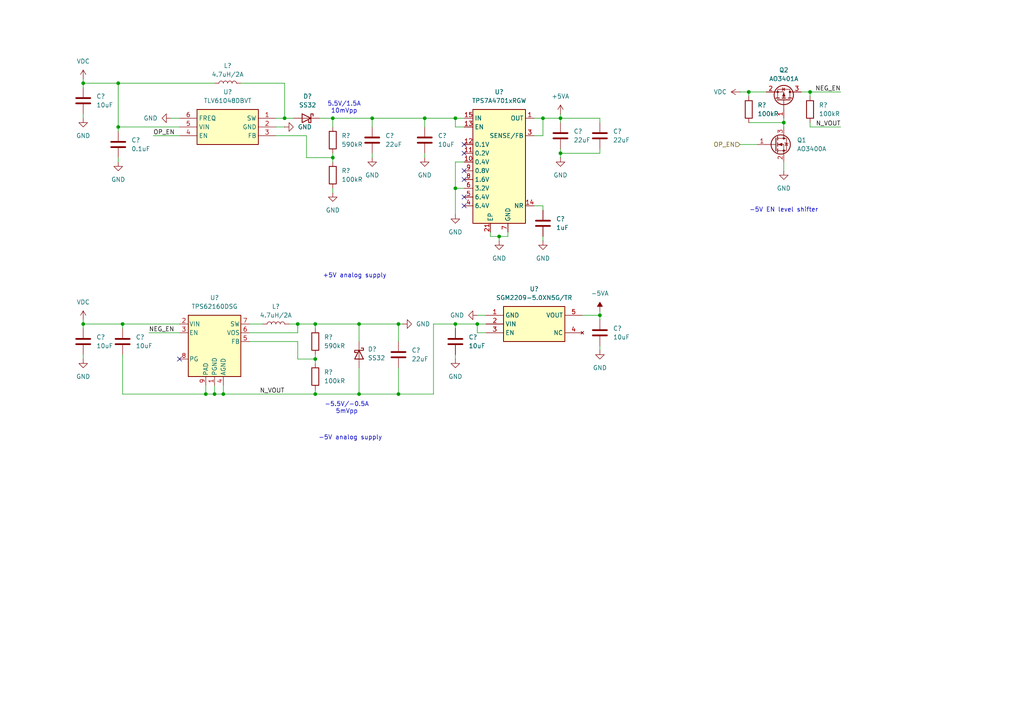
<source format=kicad_sch>
(kicad_sch (version 20250114) (generator "eeschema") (generator_version "9.0")
  (paper "A4")
  (lib_symbols
    (symbol "Device:C" (pin_numbers (hide yes)) (pin_names (offset 0.254))
      (property "Reference" "C" (at 0.635 2.54 0))
      (property "Value" "C" (at 0.635 -2.54 0))
      (symbol "C_0_1"
        (polyline (pts (xy -2.032 0.762) (xy 2.032 0.762)) (stroke (width 0.508)))
        (polyline (pts (xy -2.032 -0.762) (xy 2.032 -0.762)) (stroke (width 0.508)))
      )
      (symbol "C_1_1"
        (pin passive line (at 0 3.81 270) (length 2.794) (name "~") (number "1"))
        (pin passive line (at 0 -3.81 90) (length 2.794) (name "~") (number "2"))
      )
    )
    (symbol "Device:L" (pin_numbers (hide yes)) (pin_names (offset 1.016) (hide yes))
      (property "Reference" "L" (at -1.27 0 90))
      (property "Value" "L" (at 1.905 0 90))
      (symbol "L_0_1"
        (arc (start 0 2.54) (mid 0.6323 1.905) (end 0 1.27))
        (arc (start 0 1.27) (mid 0.6323 0.635) (end 0 0))
        (arc (start 0 0) (mid 0.6323 -0.635) (end 0 -1.27))
        (arc (start 0 -1.27) (mid 0.6323 -1.905) (end 0 -2.54))
      )
      (symbol "L_1_1"
        (pin passive line (at 0 3.81 270) (length 1.27) (name "1") (number "1"))
        (pin passive line (at 0 -3.81 90) (length 1.27) (name "2") (number "2"))
      )
    )
    (symbol "Device:R" (pin_numbers (hide yes)) (pin_names (offset 0))
      (property "Reference" "R" (at 2.032 0 90))
      (property "Value" "R" (at 0 0 90))
      (symbol "R_0_1"
        (rectangle (start -1.016 -2.54) (end 1.016 2.54) (stroke (width 0.254)))
      )
      (symbol "R_1_1"
        (pin passive line (at 0 3.81 270) (length 1.27) (name "~") (number "1"))
        (pin passive line (at 0 -3.81 90) (length 1.27) (name "~") (number "2"))
      )
    )
    (symbol "Diode:SS32" (pin_numbers (hide yes)) (pin_names (offset 1.016) (hide yes))
      (property "Reference" "D" (at 0 2.54 0))
      (property "Value" "SS32" (at 0 -2.54 0))
      (symbol "SS32_0_1"
        (polyline (pts (xy -1.905 0.635) (xy -1.905 1.27) (xy -1.27 1.27) (xy -1.27 -1.27) (xy -0.635 -1.27) (xy -0.635 -0.635)) (stroke (width 0.254)))
        (polyline (pts (xy 1.27 1.27) (xy 1.27 -1.27) (xy -1.27 0) (xy 1.27 1.27)) (stroke (width 0.254)))
        (polyline (pts (xy 1.27 0) (xy -1.27 0)))
      )
      (symbol "SS32_1_1"
        (pin passive line (at -3.81 0 0) (length 2.54) (name "K") (number "1"))
        (pin passive line (at 3.81 0 180) (length 2.54) (name "A") (number "2"))
      )
    )
    (symbol "RT9013-30GB:SGM2209-XN5G"
      (property "Reference" "U" (at 24.13 7.62 0))
      (property "Value" "SGM2209-XN5G" (at 24.13 5.08 0))
      (symbol "SGM2209-XN5G_1_1"
        (rectangle (start 5.08 2.54) (end 22.86 -7.62) (stroke (width 0.254)) (fill (type background)))
        (pin passive line (at 0 0 0) (length 5.08) (name "GND") (number "1"))
        (pin passive line (at 0 -2.54 0) (length 5.08) (name "VIN") (number "2"))
        (pin passive line (at 0 -5.08 0) (length 5.08) (name "EN") (number "3"))
        (pin passive line (at 27.94 0 180) (length 5.08) (name "VOUT") (number "5"))
        (pin no_connect line (at 27.94 -5.08 180) (length 5.08) (name "NC") (number "4"))
      )
    )
    (symbol "Regulator_Linear:TPS7A4701xRGW"
      (property "Reference" "U" (at -6.35 19.05 0))
      (property "Value" "TPS7A4701xRGW" (at 3.81 19.05 0))
      (symbol "TPS7A4701xRGW_0_1"
        (rectangle (start -7.62 17.78) (end 7.62 -15.24) (stroke (width 0.254)) (fill (type background)))
      )
      (symbol "TPS7A4701xRGW_1_1"
        (pin power_in line (at -10.16 15.24 0) (length 2.54) (name "IN") (number "15"))
        (pin passive line (at -10.16 15.24 0) (length 2.54) (hide yes) (name "IN") (number "16"))
        (pin input line (at -10.16 12.7 0) (length 2.54) (name "EN") (number "13"))
        (pin input line (at -10.16 7.62 0) (length 2.54) (name "0.1V") (number "12"))
        (pin input line (at -10.16 5.08 0) (length 2.54) (name "0.2V") (number "11"))
        (pin input line (at -10.16 2.54 0) (length 2.54) (name "0.4V") (number "10"))
        (pin input line (at -10.16 0 0) (length 2.54) (name "0.8V") (number "9"))
        (pin input line (at -10.16 -2.54 0) (length 2.54) (name "1.6V") (number "8"))
        (pin input line (at -10.16 -5.08 0) (length 2.54) (name "3.2V") (number "6"))
        (pin input line (at -10.16 -7.62 0) (length 2.54) (name "6.4V") (number "5"))
        (pin input line (at -10.16 -10.16 0) (length 2.54) (name "6.4V") (number "4"))
        (pin passive line (at -2.54 -17.78 90) (length 2.54) (name "EP") (number "21"))
        (pin power_in line (at 2.54 -17.78 90) (length 2.54) (name "GND") (number "7"))
        (pin power_out line (at 10.16 15.24 180) (length 2.54) (name "OUT") (number "1"))
        (pin power_out line (at 10.16 15.24 180) (length 2.54) (hide yes) (name "OUT") (number "20"))
        (pin input line (at 10.16 10.16 180) (length 2.54) (name "SENSE/FB") (number "3"))
        (pin passive line (at 10.16 -10.16 180) (length 2.54) (name "NR") (number "14"))
      )
    )
    (symbol "Regulator_Switching:TPS62160DSG" (pin_names (offset 0.254))
      (property "Reference" "U" (at -7.62 11.43 0))
      (property "Value" "TPS62160DSG" (at -1.27 11.43 0))
      (symbol "TPS62160DSG_0_1"
        (rectangle (start -7.62 10.16) (end 7.62 -7.62) (stroke (width 0.254)) (fill (type background)))
      )
      (symbol "TPS62160DSG_1_1"
        (pin power_in line (at -10.16 7.62 0) (length 2.54) (name "VIN") (number "2"))
        (pin input line (at -10.16 5.08 0) (length 2.54) (name "EN") (number "3"))
        (pin open_collector line (at -10.16 -2.54 0) (length 2.54) (name "PG") (number "8"))
        (pin power_in line (at -2.54 -10.16 90) (length 2.54) (name "PAD") (number "9"))
        (pin power_in line (at 0 -10.16 90) (length 2.54) (name "PGND") (number "1"))
        (pin power_in line (at 2.54 -10.16 90) (length 2.54) (name "AGND") (number "4"))
        (pin output line (at 10.16 7.62 180) (length 2.54) (name "SW") (number "7"))
        (pin input line (at 10.16 5.08 180) (length 2.54) (name "VOS") (number "6"))
        (pin input line (at 10.16 2.54 180) (length 2.54) (name "FB") (number "5"))
      )
    )
    (symbol "TLV61048DBVT:TLV61048DBVT"
      (property "Reference" "IC" (at 24.13 7.62 0))
      (property "Value" "TLV61048DBVT" (at 24.13 5.08 0))
      (symbol "TLV61048DBVT_1_1"
        (rectangle (start 5.08 2.54) (end 22.86 -7.62) (stroke (width 0.254)) (fill (type background)))
        (pin passive line (at 0 0 0) (length 5.08) (name "SW") (number "1"))
        (pin passive line (at 0 -2.54 0) (length 5.08) (name "GND") (number "2"))
        (pin passive line (at 0 -5.08 0) (length 5.08) (name "FB") (number "3"))
        (pin passive line (at 27.94 0 180) (length 5.08) (name "FREQ") (number "6"))
        (pin passive line (at 27.94 -2.54 180) (length 5.08) (name "VIN") (number "5"))
        (pin passive line (at 27.94 -5.08 180) (length 5.08) (name "EN") (number "4"))
      )
    )
    (symbol "Transistor_FET:AO3400A" (pin_names (hide yes))
      (property "Reference" "Q" (at 5.08 1.905 0))
      (property "Value" "AO3400A" (at 5.08 0 0))
      (symbol "AO3400A_0_1"
        (polyline (pts (xy 0.254 1.905) (xy 0.254 -1.905)) (stroke (width 0.254)))
        (polyline (pts (xy 0.254 0) (xy -2.54 0)))
        (polyline (pts (xy 0.762 2.286) (xy 0.762 1.27)) (stroke (width 0.254)))
        (polyline (pts (xy 0.762 0.508) (xy 0.762 -0.508)) (stroke (width 0.254)))
        (polyline (pts (xy 0.762 -1.27) (xy 0.762 -2.286)) (stroke (width 0.254)))
        (polyline (pts (xy 0.762 -1.778) (xy 3.302 -1.778) (xy 3.302 1.778) (xy 0.762 1.778)))
        (polyline (pts (xy 1.016 0) (xy 2.032 0.381) (xy 2.032 -0.381) (xy 1.016 0)) (fill (type outline)))
        (circle (center 1.651 0) (radius 2.794) (stroke (width 0.254)))
        (polyline (pts (xy 2.54 2.54) (xy 2.54 1.778)))
        (circle (center 2.54 1.778) (radius 0.254) (fill (type outline)))
        (circle (center 2.54 -1.778) (radius 0.254) (fill (type outline)))
        (polyline (pts (xy 2.54 -2.54) (xy 2.54 0) (xy 0.762 0)))
        (polyline (pts (xy 2.794 0.508) (xy 2.921 0.381) (xy 3.683 0.381) (xy 3.81 0.254)))
        (polyline (pts (xy 3.302 0.381) (xy 2.921 -0.254) (xy 3.683 -0.254) (xy 3.302 0.381)))
      )
      (symbol "AO3400A_1_1"
        (pin input line (at -5.08 0 0) (length 2.54) (name "G") (number "1"))
        (pin passive line (at 2.54 5.08 270) (length 2.54) (name "D") (number "3"))
        (pin passive line (at 2.54 -5.08 90) (length 2.54) (name "S") (number "2"))
      )
    )
    (symbol "Transistor_FET:AO3401A" (pin_names (hide yes))
      (property "Reference" "Q" (at 5.08 1.905 0))
      (property "Value" "AO3401A" (at 5.08 0 0))
      (symbol "AO3401A_0_1"
        (polyline (pts (xy 0.254 1.905) (xy 0.254 -1.905)) (stroke (width 0.254)))
        (polyline (pts (xy 0.254 0) (xy -2.54 0)))
        (polyline (pts (xy 0.762 2.286) (xy 0.762 1.27)) (stroke (width 0.254)))
        (polyline (pts (xy 0.762 1.778) (xy 3.302 1.778) (xy 3.302 -1.778) (xy 0.762 -1.778)))
        (polyline (pts (xy 0.762 0.508) (xy 0.762 -0.508)) (stroke (width 0.254)))
        (polyline (pts (xy 0.762 -1.27) (xy 0.762 -2.286)) (stroke (width 0.254)))
        (circle (center 1.651 0) (radius 2.794) (stroke (width 0.254)))
        (polyline (pts (xy 2.286 0) (xy 1.27 0.381) (xy 1.27 -0.381) (xy 2.286 0)) (fill (type outline)))
        (polyline (pts (xy 2.54 2.54) (xy 2.54 1.778)))
        (circle (center 2.54 1.778) (radius 0.254) (fill (type outline)))
        (circle (center 2.54 -1.778) (radius 0.254) (fill (type outline)))
        (polyline (pts (xy 2.54 -2.54) (xy 2.54 0) (xy 0.762 0)))
        (polyline (pts (xy 2.794 -0.508) (xy 2.921 -0.381) (xy 3.683 -0.381) (xy 3.81 -0.254)))
        (polyline (pts (xy 3.302 -0.381) (xy 2.921 0.254) (xy 3.683 0.254) (xy 3.302 -0.381)))
      )
      (symbol "AO3401A_1_1"
        (pin input line (at -5.08 0 0) (length 2.54) (name "G") (number "1"))
        (pin passive line (at 2.54 5.08 270) (length 2.54) (name "D") (number "3"))
        (pin passive line (at 2.54 -5.08 90) (length 2.54) (name "S") (number "2"))
      )
    )
    (symbol "power:+5VA" (power) (pin_numbers (hide yes)) (pin_names (offset 0) (hide yes))
      (property "Value" "+5VA" (at 0 3.556 0))
      (symbol "+5VA_0_1"
        (polyline (pts (xy -0.762 1.27) (xy 0 2.54)))
        (polyline (pts (xy 0 2.54) (xy 0.762 1.27)))
        (polyline (pts (xy 0 0) (xy 0 2.54)))
      )
      (symbol "+5VA_1_1"
        (pin power_in line (at 0 0 90) (length 0) (name "~") (number "1"))
      )
    )
    (symbol "power:-5VA" (power) (pin_numbers (hide yes)) (pin_names (offset 0) (hide yes))
      (property "Value" "-5VA" (at 0 3.556 0))
      (symbol "-5VA_0_0"
        (pin power_in line (at 0 0 90) (length 0) (name "~") (number "1"))
      )
      (symbol "-5VA_0_1"
        (polyline (pts (xy 0 0) (xy 0 1.27) (xy 0.762 1.27) (xy 0 2.54) (xy -0.762 1.27) (xy 0 1.27)) (fill (type outline)))
      )
    )
    (symbol "power:GND" (power) (pin_numbers (hide yes)) (pin_names (offset 0) (hide yes))
      (property "Value" "GND" (at 0 -3.81 0))
      (symbol "GND_0_1"
        (polyline (pts (xy 0 0) (xy 0 -1.27) (xy 1.27 -1.27) (xy 0 -2.54) (xy -1.27 -1.27) (xy 0 -1.27)))
      )
      (symbol "GND_1_1"
        (pin power_in line (at 0 0 270) (length 0) (name "~") (number "1"))
      )
    )
    (symbol "power:VDC" (power) (pin_numbers (hide yes)) (pin_names (offset 0) (hide yes))
      (property "Value" "VDC" (at 0 3.556 0))
      (symbol "VDC_0_1"
        (polyline (pts (xy -0.762 1.27) (xy 0 2.54)))
        (polyline (pts (xy 0 2.54) (xy 0.762 1.27)))
        (polyline (pts (xy 0 0) (xy 0 2.54)))
      )
      (symbol "VDC_1_1"
        (pin power_in line (at 0 0 90) (length 0) (name "~") (number "1"))
      )
    )
  )
  (text "-5V EN level shifter" (at 227.33 60.96 0) (effects (font (size 1.27 1.27))))
  (text "+5V analog supply" (at 102.87 80.01 0) (effects (font (size 1.27 1.27))))
  (text "-5.5V/-0.5A\n5mVpp" (at 100.584 118.364 0) (effects (font (size 1.27 1.27))))
  (text "-5V analog supply" (at 101.6 127 0) (effects (font (size 1.27 1.27))))
  (text "5.5V/1.5A\n10mVpp" (at 99.822 31.242 0) (effects (font (size 1.27 1.27))))
  (junction (at 82.55 34.29))
  (junction (at 162.56 44.45))
  (junction (at 59.69 114.3))
  (junction (at 24.13 24.13))
  (junction (at 35.56 93.98))
  (junction (at 132.08 93.98))
  (junction (at 86.36 93.98))
  (junction (at 91.44 114.3))
  (junction (at 132.08 34.29))
  (junction (at 96.52 34.29))
  (junction (at 144.78 68.58))
  (junction (at 234.95 26.67))
  (junction (at 132.08 54.61))
  (junction (at 104.14 114.3))
  (junction (at 91.44 93.98))
  (junction (at 115.57 114.3))
  (junction (at 123.19 34.29))
  (junction (at 157.48 34.29))
  (junction (at 96.52 45.72))
  (junction (at 138.43 93.98))
  (junction (at 64.77 114.3))
  (junction (at 107.95 34.29))
  (junction (at 217.17 26.67))
  (junction (at 34.29 24.13))
  (junction (at 162.56 34.29))
  (junction (at 91.44 104.14))
  (junction (at 173.99 91.44))
  (junction (at 115.57 93.98))
  (junction (at 62.23 114.3))
  (junction (at 34.29 36.83))
  (junction (at 227.33 35.56))
  (junction (at 24.13 93.98))
  (junction (at 104.14 93.98))
  (no_connect (at 134.62 59.69))
  (no_connect (at 134.62 49.53))
  (no_connect (at 52.07 104.14))
  (no_connect (at 134.62 57.15))
  (no_connect (at 134.62 41.91))
  (no_connect (at 134.62 52.07))
  (no_connect (at 134.62 44.45))
  (wire (pts (xy 115.57 93.98) (xy 104.14 93.98)))
  (wire (pts (xy 107.95 34.29) (xy 123.19 34.29)))
  (wire (pts (xy 107.95 44.45) (xy 107.95 45.72)))
  (wire (pts (xy 173.99 91.44) (xy 173.99 92.71)))
  (wire (pts (xy 86.36 104.14) (xy 91.44 104.14)))
  (wire (pts (xy 96.52 34.29) (xy 96.52 36.83)))
  (wire (pts (xy 115.57 106.68) (xy 115.57 114.3)))
  (wire (pts (xy 234.95 35.56) (xy 234.95 36.83)))
  (wire (pts (xy 64.77 114.3) (xy 62.23 114.3)))
  (wire (pts (xy 123.19 34.29) (xy 132.08 34.29)))
  (wire (pts (xy 142.24 68.58) (xy 144.78 68.58)))
  (wire (pts (xy 214.63 26.67) (xy 217.17 26.67)))
  (wire (pts (xy 107.95 36.83) (xy 107.95 34.29)))
  (wire (pts (xy 34.29 24.13) (xy 34.29 36.83)))
  (wire (pts (xy 173.99 34.29) (xy 162.56 34.29)))
  (wire (pts (xy 24.13 92.71) (xy 24.13 93.98)))
  (wire (pts (xy 24.13 33.02) (xy 24.13 34.29)))
  (wire (pts (xy 88.9 45.72) (xy 96.52 45.72)))
  (wire (pts (xy 227.33 46.99) (xy 227.33 49.53)))
  (wire (pts (xy 64.77 111.76) (xy 64.77 114.3)))
  (wire (pts (xy 86.36 99.06) (xy 86.36 104.14)))
  (wire (pts (xy 44.45 39.37) (xy 52.07 39.37)))
  (wire (pts (xy 157.48 34.29) (xy 154.94 34.29)))
  (wire (pts (xy 24.13 22.86) (xy 24.13 24.13)))
  (wire (pts (xy 132.08 34.29) (xy 134.62 34.29)))
  (wire (pts (xy 154.94 59.69) (xy 157.48 59.69)))
  (wire (pts (xy 34.29 36.83) (xy 52.07 36.83)))
  (wire (pts (xy 132.08 93.98) (xy 138.43 93.98)))
  (wire (pts (xy 34.29 24.13) (xy 62.23 24.13)))
  (wire (pts (xy 173.99 100.33) (xy 173.99 101.6)))
  (wire (pts (xy 157.48 59.69) (xy 157.48 60.96)))
  (wire (pts (xy 144.78 68.58) (xy 147.32 68.58)))
  (wire (pts (xy 82.55 34.29) (xy 85.09 34.29)))
  (wire (pts (xy 107.95 34.29) (xy 96.52 34.29)))
  (wire (pts (xy 125.73 114.3) (xy 125.73 93.98)))
  (wire (pts (xy 132.08 102.87) (xy 132.08 104.14)))
  (wire (pts (xy 24.13 24.13) (xy 34.29 24.13)))
  (wire (pts (xy 91.44 113.03) (xy 91.44 114.3)))
  (wire (pts (xy 162.56 44.45) (xy 173.99 44.45)))
  (wire (pts (xy 134.62 36.83) (xy 132.08 36.83)))
  (wire (pts (xy 132.08 93.98) (xy 132.08 95.25)))
  (wire (pts (xy 91.44 102.87) (xy 91.44 104.14)))
  (wire (pts (xy 82.55 24.13) (xy 82.55 34.29)))
  (wire (pts (xy 214.63 41.91) (xy 219.71 41.91)))
  (wire (pts (xy 96.52 45.72) (xy 96.52 46.99)))
  (wire (pts (xy 59.69 111.76) (xy 59.69 114.3)))
  (wire (pts (xy 147.32 68.58) (xy 147.32 67.31)))
  (wire (pts (xy 91.44 93.98) (xy 86.36 93.98)))
  (wire (pts (xy 72.39 99.06) (xy 86.36 99.06)))
  (wire (pts (xy 162.56 33.02) (xy 162.56 34.29)))
  (wire (pts (xy 72.39 96.52) (xy 86.36 96.52)))
  (wire (pts (xy 234.95 26.67) (xy 243.84 26.67)))
  (wire (pts (xy 173.99 90.17) (xy 173.99 91.44)))
  (wire (pts (xy 86.36 93.98) (xy 83.82 93.98)))
  (wire (pts (xy 162.56 44.45) (xy 162.56 45.72)))
  (wire (pts (xy 123.19 34.29) (xy 123.19 36.83)))
  (wire (pts (xy 162.56 43.18) (xy 162.56 44.45)))
  (wire (pts (xy 173.99 43.18) (xy 173.99 44.45)))
  (wire (pts (xy 96.52 44.45) (xy 96.52 45.72)))
  (wire (pts (xy 132.08 54.61) (xy 132.08 46.99)))
  (wire (pts (xy 157.48 39.37) (xy 157.48 34.29)))
  (wire (pts (xy 62.23 114.3) (xy 62.23 111.76)))
  (wire (pts (xy 115.57 93.98) (xy 116.84 93.98)))
  (wire (pts (xy 173.99 35.56) (xy 173.99 34.29)))
  (wire (pts (xy 227.33 35.56) (xy 227.33 36.83)))
  (wire (pts (xy 115.57 114.3) (xy 104.14 114.3)))
  (wire (pts (xy 96.52 54.61) (xy 96.52 55.88)))
  (wire (pts (xy 35.56 93.98) (xy 52.07 93.98)))
  (wire (pts (xy 35.56 93.98) (xy 35.56 95.25)))
  (wire (pts (xy 88.9 39.37) (xy 88.9 45.72)))
  (wire (pts (xy 24.13 24.13) (xy 24.13 25.4)))
  (wire (pts (xy 24.13 102.87) (xy 24.13 104.14)))
  (wire (pts (xy 80.01 39.37) (xy 88.9 39.37)))
  (wire (pts (xy 222.25 26.67) (xy 217.17 26.67)))
  (wire (pts (xy 154.94 39.37) (xy 157.48 39.37)))
  (wire (pts (xy 138.43 96.52) (xy 138.43 93.98)))
  (wire (pts (xy 49.53 34.29) (xy 52.07 34.29)))
  (wire (pts (xy 59.69 114.3) (xy 62.23 114.3)))
  (wire (pts (xy 138.43 91.44) (xy 140.97 91.44)))
  (wire (pts (xy 92.71 34.29) (xy 96.52 34.29)))
  (wire (pts (xy 157.48 68.58) (xy 157.48 69.85)))
  (wire (pts (xy 34.29 45.72) (xy 34.29 46.99)))
  (wire (pts (xy 24.13 93.98) (xy 35.56 93.98)))
  (wire (pts (xy 104.14 99.06) (xy 104.14 93.98)))
  (wire (pts (xy 162.56 35.56) (xy 162.56 34.29)))
  (wire (pts (xy 217.17 35.56) (xy 227.33 35.56)))
  (wire (pts (xy 115.57 99.06) (xy 115.57 93.98)))
  (wire (pts (xy 34.29 36.83) (xy 34.29 38.1)))
  (wire (pts (xy 157.48 34.29) (xy 162.56 34.29)))
  (wire (pts (xy 138.43 93.98) (xy 140.97 93.98)))
  (wire (pts (xy 234.95 26.67) (xy 234.95 27.94)))
  (wire (pts (xy 43.18 96.52) (xy 52.07 96.52)))
  (wire (pts (xy 140.97 96.52) (xy 138.43 96.52)))
  (wire (pts (xy 132.08 54.61) (xy 134.62 54.61)))
  (wire (pts (xy 80.01 36.83) (xy 82.55 36.83)))
  (wire (pts (xy 132.08 46.99) (xy 134.62 46.99)))
  (wire (pts (xy 104.14 93.98) (xy 91.44 93.98)))
  (wire (pts (xy 72.39 93.98) (xy 76.2 93.98)))
  (wire (pts (xy 104.14 114.3) (xy 91.44 114.3)))
  (wire (pts (xy 69.85 24.13) (xy 82.55 24.13)))
  (wire (pts (xy 80.01 34.29) (xy 82.55 34.29)))
  (wire (pts (xy 35.56 102.87) (xy 35.56 114.3)))
  (wire (pts (xy 125.73 93.98) (xy 132.08 93.98)))
  (wire (pts (xy 115.57 114.3) (xy 125.73 114.3)))
  (wire (pts (xy 168.91 91.44) (xy 173.99 91.44)))
  (wire (pts (xy 24.13 93.98) (xy 24.13 95.25)))
  (wire (pts (xy 91.44 104.14) (xy 91.44 105.41)))
  (wire (pts (xy 234.95 36.83) (xy 243.84 36.83)))
  (wire (pts (xy 123.19 44.45) (xy 123.19 45.72)))
  (wire (pts (xy 142.24 67.31) (xy 142.24 68.58)))
  (wire (pts (xy 217.17 26.67) (xy 217.17 27.94)))
  (wire (pts (xy 227.33 34.29) (xy 227.33 35.56)))
  (wire (pts (xy 35.56 114.3) (xy 59.69 114.3)))
  (wire (pts (xy 86.36 96.52) (xy 86.36 93.98)))
  (wire (pts (xy 132.08 36.83) (xy 132.08 34.29)))
  (wire (pts (xy 132.08 62.23) (xy 132.08 54.61)))
  (wire (pts (xy 64.77 114.3) (xy 91.44 114.3)))
  (wire (pts (xy 232.41 26.67) (xy 234.95 26.67)))
  (wire (pts (xy 144.78 68.58) (xy 144.78 69.85)))
  (wire (pts (xy 104.14 106.68) (xy 104.14 114.3)))
  (wire (pts (xy 91.44 95.25) (xy 91.44 93.98)))
  (label "OP_EN" (at 44.45 39.37 0))
  (label "N_VOUT" (at 243.84 36.83 180))
  (label "NEG_EN" (at 243.84 26.67 180))
  (label "N_VOUT" (at 82.55 114.3 180))
  (label "NEG_EN" (at 43.18 96.52 0))
  (hierarchical_label "OP_EN" (shape input) (at 214.63 41.91 180))
  (symbol (lib_id "Device:C") (at 123.19 40.64 0) (unit 1)
    (property "Reference" "C?" (at 127 39.3699 0) (effects (justify left)))
    (property "Value" "10uF" (at 127 41.9099 0) (effects (justify left)))
    (property "Footprint" "Capacitor_SMD:C_0603_1608Metric" (effects (hide yes)))
    (property "Description" "Unpolarized capacitor" (effects (hide yes)))
    (instances (project "MizukiPowerTest1" (path "" (reference "C?") (unit 1))) (project "MizukiPowerTest1" (path "" (reference "C?") (unit 1))) (project "" (path "" (reference "C35") (unit 1))))
  )
  (symbol (lib_id "Device:C") (at 107.95 40.64 0) (unit 1)
    (property "Reference" "C?" (at 111.76 39.3699 0) (effects (justify left)))
    (property "Value" "22uF" (at 111.76 41.9099 0) (effects (justify left)))
    (property "Footprint" "Capacitor_SMD:C_1206_3216Metric" (effects (hide yes)))
    (property "Description" "Unpolarized capacitor" (effects (hide yes)))
    (property "Part No." "GRM31CR71A226KE15#" (effects (hide yes)))
    (property "Vendor" "muRata" (effects (hide yes)))
    (instances (project "" (path "" (reference "C?") (unit 1))) (project "" (path "" (reference "C?") (unit 1))) (project "" (path "" (reference "C33") (unit 1))))
  )
  (symbol (lib_id "power:+5VA") (at 162.56 33.02 0) (unit 1)
    (property "Reference" "#PWR?" (effects (hide yes)))
    (property "Value" "+5VA" (at 162.56 27.94 0))
    (property "Description" "Power symbol creates a global label with name \"+5VA\"" (effects (hide yes)))
    (instances (project "" (path "" (reference "#PWR?") (unit 1))) (project "" (path "" (reference "#PWR?") (unit 1))) (project "" (path "" (reference "#PWR0103") (unit 1))))
  )
  (symbol (lib_id "Device:C") (at 115.57 102.87 0) (unit 1)
    (property "Reference" "C?" (at 119.38 101.5999 0) (effects (justify left)))
    (property "Value" "22uF" (at 119.38 104.1399 0) (effects (justify left)))
    (property "Footprint" "Capacitor_SMD:C_1206_3216Metric" (effects (hide yes)))
    (property "Description" "Unpolarized capacitor" (effects (hide yes)))
    (property "Part No." "GRM31CR71A226KE15#" (effects (hide yes)))
    (property "Vendor" "muRata" (effects (hide yes)))
    (instances (project "MizukiPowerTest1" (path "" (reference "C?") (unit 1))) (project "MizukiPowerTest1" (path "" (reference "C?") (unit 1))) (project "" (path "" (reference "C34") (unit 1))))
  )
  (symbol (lib_id "power:GND") (at 24.13 34.29 0) (unit 1)
    (property "Reference" "#PWR?" (effects (hide yes)))
    (property "Value" "GND" (at 24.13 39.37 0))
    (property "Description" "Power symbol creates a global label with name \"GND\" , ground" (effects (hide yes)))
    (instances (project "MizukiPowerTest1" (path "" (reference "#PWR?") (unit 1))) (project "MizukiPowerTest1" (path "" (reference "#PWR?") (unit 1))) (project "" (path "" (reference "#PWR081") (unit 1))))
  )
  (symbol (lib_id "Transistor_FET:AO3401A") (at 227.33 29.21 270) (mirror x) (unit 1)
    (property "Reference" "Q2" (at 227.33 20.32 90))
    (property "Value" "AO3401A" (at 227.33 22.86 90))
    (property "Footprint" "Package_TO_SOT_SMD:SOT-23" (effects (hide yes)))
    (property "Datasheet" "http://www.aosmd.com/pdfs/datasheet/AO3401A.pdf" (effects (hide yes)))
    (property "Description" "-4.0A Id, -30V Vds, P-Channel MOSFET, SOT-23" (effects (hide yes)))
  )
  (symbol (lib_id "RT9013-30GB:SGM2209-XN5G") (at 140.97 91.44 0) (unit 1)
    (property "Reference" "U?" (at 154.94 83.82 0))
    (property "Value" "SGM2209-5.0XN5G/TR" (at 154.94 86.36 0))
    (property "Footprint" "SGM2209:SOT94P279X130-5N" (effects (hide yes)))
    (property "Datasheet" "http://www.farnell.com/datasheets/1720528.pdf" (effects (hide yes)))
    (property "Description" "IC REG LINEAR 3V 500MA SOT23-5" (effects (hide yes)))
    (property "Height" "1.295" (effects (hide yes)))
    (property "Part No." "SGM2209-5.0XN5G/TR" (effects (hide yes)))
    (property "Vendor" "SG Micro" (effects (hide yes)))
    (instances (project "" (path "" (reference "U?") (unit 1))) (project "" (path "" (reference "U?") (unit 1))) (project "" (path "" (reference "U11") (unit 1))))
  )
  (symbol (lib_id "power:GND") (at 34.29 46.99 0) (unit 1)
    (property "Reference" "#PWR?" (effects (hide yes)))
    (property "Value" "GND" (at 34.29 52.07 0))
    (property "Description" "Power symbol creates a global label with name \"GND\" , ground" (effects (hide yes)))
    (instances (project "MizukiPowerTest1" (path "" (reference "#PWR?") (unit 1))) (project "MizukiPowerTest1" (path "" (reference "#PWR?") (unit 1))) (project "" (path "" (reference "#PWR086") (unit 1))))
  )
  (symbol (lib_id "Device:R") (at 234.95 31.75 0) (unit 1)
    (property "Reference" "R?" (at 237.49 30.4799 0) (effects (justify left)))
    (property "Value" "100kR" (at 237.49 33.0199 0) (effects (justify left)))
    (property "Footprint" "Resistor_SMD:R_0603_1608Metric" (effects (hide yes)))
    (property "Description" "Resistor" (effects (hide yes)))
    (instances (project "MizukiPowerTest1" (path "" (reference "R?") (unit 1))) (project "MizukiPowerTest1" (path "" (reference "R?") (unit 1))) (project "" (path "" (reference "R28") (unit 1))))
  )
  (symbol (lib_id "power:GND") (at 162.56 45.72 0) (unit 1)
    (property "Reference" "#PWR?" (effects (hide yes)))
    (property "Value" "GND" (at 162.56 50.8 0))
    (property "Description" "Power symbol creates a global label with name \"GND\" , ground" (effects (hide yes)))
    (instances (project "MizukiPowerTest1" (path "" (reference "#PWR?") (unit 1))) (project "MizukiPowerTest1" (path "" (reference "#PWR?") (unit 1))) (project "" (path "" (reference "#PWR0104") (unit 1))))
  )
  (symbol (lib_id "power:GND") (at 144.78 69.85 0) (unit 1)
    (property "Reference" "#PWR?" (effects (hide yes)))
    (property "Value" "GND" (at 144.78 74.93 0))
    (property "Description" "Power symbol creates a global label with name \"GND\" , ground" (effects (hide yes)))
    (instances (project "MizukiPowerTest1" (path "" (reference "#PWR?") (unit 1))) (project "MizukiPowerTest1" (path "" (reference "#PWR?") (unit 1))) (project "" (path "" (reference "#PWR0101") (unit 1))))
  )
  (symbol (lib_id "TLV61048DBVT:TLV61048DBVT") (at 80.01 34.29 0) (mirror y) (unit 1)
    (property "Reference" "U?" (at 66.04 26.67 0))
    (property "Value" "TLV61048DBVT" (at 66.04 29.21 0))
    (property "Footprint" "TLV61048:SOT95P280X145-6N" (effects (hide yes)))
    (property "Datasheet" "http://www.ti.com/lit/ds/symlink/tlv61048.pdf" (effects (hide yes)))
    (property "Description" "Texas Instruments 15-V output voltage non-synchronous boost converter in SOT-23 package 6-SOT-23 -40 to 125" (effects (hide yes)))
    (property "Height" "1.45" (effects (hide yes)))
    (property "Part No." "TLV61048DBVT" (effects (hide yes)))
    (property "Vendor" "TI" (effects (hide yes)))
    (instances (project "" (path "" (reference "U?") (unit 1))) (project "" (path "" (reference "U?") (unit 1))) (project "" (path "" (reference "U10") (unit 1))))
  )
  (symbol (lib_id "Device:C") (at 132.08 99.06 0) (unit 1)
    (property "Reference" "C?" (at 135.89 97.7899 0) (effects (justify left)))
    (property "Value" "10uF" (at 135.89 100.3299 0) (effects (justify left)))
    (property "Footprint" "Capacitor_SMD:C_0603_1608Metric" (effects (hide yes)))
    (property "Description" "Unpolarized capacitor" (effects (hide yes)))
    (instances (project "MizukiPowerTest1" (path "" (reference "C?") (unit 1))) (project "MizukiPowerTest1" (path "" (reference "C?") (unit 1))) (project "" (path "" (reference "C36") (unit 1))))
  )
  (symbol (lib_id "Device:R") (at 91.44 109.22 0) (unit 1)
    (property "Reference" "R?" (at 93.98 107.9499 0) (effects (justify left)))
    (property "Value" "100kR" (at 93.98 110.4899 0) (effects (justify left)))
    (property "Footprint" "Resistor_SMD:R_0603_1608Metric" (effects (hide yes)))
    (property "Description" "Resistor" (effects (hide yes)))
    (instances (project "MizukiPowerTest1" (path "" (reference "R?") (unit 1))) (project "MizukiPowerTest1" (path "" (reference "R?") (unit 1))) (project "" (path "" (reference "R24") (unit 1))))
  )
  (symbol (lib_id "power:GND") (at 227.33 49.53 0) (unit 1)
    (property "Reference" "#PWR?" (effects (hide yes)))
    (property "Value" "GND" (at 227.33 54.61 0))
    (property "Description" "Power symbol creates a global label with name \"GND\" , ground" (effects (hide yes)))
    (instances (project "MizukiPowerTest1" (path "" (reference "#PWR?") (unit 1))) (project "MizukiPowerTest1" (path "" (reference "#PWR?") (unit 1))) (project "" (path "" (reference "#PWR0114") (unit 1))))
  )
  (symbol (lib_id "Device:R") (at 96.52 40.64 0) (unit 1)
    (property "Reference" "R?" (at 99.06 39.3699 0) (effects (justify left)))
    (property "Value" "590kR" (at 99.06 41.9099 0) (effects (justify left)))
    (property "Footprint" "Resistor_SMD:R_0603_1608Metric" (effects (hide yes)))
    (property "Description" "Resistor" (effects (hide yes)))
    (instances (project "" (path "" (reference "R?") (unit 1))) (project "" (path "" (reference "R?") (unit 1))) (project "" (path "" (reference "R25") (unit 1))))
  )
  (symbol (lib_id "power:GND") (at 123.19 45.72 0) (unit 1)
    (property "Reference" "#PWR?" (effects (hide yes)))
    (property "Value" "GND" (at 123.19 50.8 0))
    (property "Description" "Power symbol creates a global label with name \"GND\" , ground" (effects (hide yes)))
    (instances (project "MizukiPowerTest1" (path "" (reference "#PWR?") (unit 1))) (project "MizukiPowerTest1" (path "" (reference "#PWR?") (unit 1))) (project "" (path "" (reference "#PWR097") (unit 1))))
  )
  (symbol (lib_id "power:VDC") (at 24.13 92.71 0) (unit 1)
    (property "Reference" "#PWR?" (effects (hide yes)))
    (property "Value" "VDC" (at 24.13 87.63 0))
    (property "Description" "Power symbol creates a global label with name \"VDC\"" (effects (hide yes)))
    (instances (project "MizukiPowerTest1" (path "" (reference "#PWR?") (unit 1))) (project "MizukiPowerTest1" (path "" (reference "#PWR?") (unit 1))) (project "" (path "" (reference "#PWR082") (unit 1))))
  )
  (symbol (lib_id "Device:R") (at 91.44 99.06 0) (unit 1)
    (property "Reference" "R?" (at 93.98 97.7899 0) (effects (justify left)))
    (property "Value" "590kR" (at 93.98 100.3299 0) (effects (justify left)))
    (property "Footprint" "Resistor_SMD:R_0603_1608Metric" (effects (hide yes)))
    (property "Description" "Resistor" (effects (hide yes)))
    (instances (project "MizukiPowerTest1" (path "" (reference "R?") (unit 1))) (project "MizukiPowerTest1" (path "" (reference "R?") (unit 1))) (project "" (path "" (reference "R23") (unit 1))))
  )
  (symbol (lib_id "Regulator_Linear:TPS7A4701xRGW") (at 144.78 49.53 0) (unit 1)
    (property "Reference" "U?" (at 144.78 26.67 0))
    (property "Value" "TPS7A4701xRGW" (at 144.78 29.21 0))
    (property "Footprint" "Package_DFN_QFN:Texas_RGW0020A_VQFN-20-1EP_5x5mm_P0.65mm_EP3.15x3.15mm_ThermalVias" (effects (hide yes)))
    (property "Datasheet" "https://www.ti.com/lit/ds/symlink/tps7a47.pdf" (effects (hide yes)))
    (property "Description" "1A, Low-Noise Low-Dropout Voltage Regulator, 3-35V Input, Adjustable 1.4-34V Output, VQFN-20" (effects (hide yes)))
    (property "Part No." "TPS7A4701RGWR" (effects (hide yes)))
    (property "Vendor" "TI" (effects (hide yes)))
    (instances (project "" (path "" (reference "U?") (unit 1))) (project "" (path "" (reference "U?") (unit 1))) (project "" (path "" (reference "U12") (unit 1))))
  )
  (symbol (lib_id "Device:C") (at 24.13 29.21 0) (unit 1)
    (property "Reference" "C?" (at 27.94 27.9399 0) (effects (justify left)))
    (property "Value" "10uF" (at 27.94 30.4799 0) (effects (justify left)))
    (property "Footprint" "Capacitor_SMD:C_0603_1608Metric" (effects (hide yes)))
    (property "Description" "Unpolarized capacitor" (effects (hide yes)))
    (instances (project "MizukiPowerTest1" (path "" (reference "C?") (unit 1))) (project "MizukiPowerTest1" (path "" (reference "C?") (unit 1))) (project "" (path "" (reference "C26") (unit 1))))
  )
  (symbol (lib_id "power:GND") (at 132.08 62.23 0) (unit 1)
    (property "Reference" "#PWR?" (effects (hide yes)))
    (property "Value" "GND" (at 132.08 67.31 0))
    (property "Description" "Power symbol creates a global label with name \"GND\" , ground" (effects (hide yes)))
    (instances (project "MizukiPowerTest1" (path "" (reference "#PWR?") (unit 1))) (project "MizukiPowerTest1" (path "" (reference "#PWR?") (unit 1))) (project "" (path "" (reference "#PWR098") (unit 1))))
  )
  (symbol (lib_id "power:GND") (at 157.48 69.85 0) (unit 1)
    (property "Reference" "#PWR?" (effects (hide yes)))
    (property "Value" "GND" (at 157.48 74.93 0))
    (property "Description" "Power symbol creates a global label with name \"GND\" , ground" (effects (hide yes)))
    (instances (project "MizukiPowerTest1" (path "" (reference "#PWR?") (unit 1))) (project "MizukiPowerTest1" (path "" (reference "#PWR?") (unit 1))) (project "" (path "" (reference "#PWR0102") (unit 1))))
  )
  (symbol (lib_id "power:GND") (at 138.43 91.44 270) (unit 1)
    (property "Reference" "#PWR?" (effects (hide yes)))
    (property "Value" "GND" (at 134.62 91.4399 90) (effects (justify right)))
    (property "Description" "Power symbol creates a global label with name \"GND\" , ground" (effects (hide yes)))
    (instances (project "" (path "" (reference "#PWR?") (unit 1))) (project "" (path "" (reference "#PWR?") (unit 1))) (project "" (path "" (reference "#PWR0100") (unit 1))))
  )
  (symbol (lib_id "power:GND") (at 96.52 55.88 0) (unit 1)
    (property "Reference" "#PWR?" (effects (hide yes)))
    (property "Value" "GND" (at 96.52 60.96 0))
    (property "Description" "Power symbol creates a global label with name \"GND\" , ground" (effects (hide yes)))
    (instances (project "" (path "" (reference "#PWR?") (unit 1))) (project "" (path "" (reference "#PWR?") (unit 1))) (project "" (path "" (reference "#PWR094") (unit 1))))
  )
  (symbol (lib_id "Device:C") (at 157.48 64.77 0) (unit 1)
    (property "Reference" "C?" (at 161.29 63.4999 0) (effects (justify left)))
    (property "Value" "1uF" (at 161.29 66.0399 0) (effects (justify left)))
    (property "Footprint" "Capacitor_SMD:C_0603_1608Metric" (effects (hide yes)))
    (property "Description" "Unpolarized capacitor" (effects (hide yes)))
    (instances (project "MizukiPowerTest1" (path "" (reference "C?") (unit 1))) (project "MizukiPowerTest1" (path "" (reference "C?") (unit 1))) (project "" (path "" (reference "C37") (unit 1))))
  )
  (symbol (lib_id "Device:C") (at 35.56 99.06 0) (unit 1)
    (property "Reference" "C?" (at 39.37 97.7899 0) (effects (justify left)))
    (property "Value" "10uF" (at 39.37 100.3299 0) (effects (justify left)))
    (property "Footprint" "Capacitor_SMD:C_0603_1608Metric" (effects (hide yes)))
    (property "Description" "Unpolarized capacitor" (effects (hide yes)))
    (instances (project "MizukiPowerTest1" (path "" (reference "C?") (unit 1))) (project "MizukiPowerTest1" (path "" (reference "C?") (unit 1))) (project "" (path "" (reference "C30") (unit 1))))
  )
  (symbol (lib_id "Device:C") (at 173.99 96.52 0) (unit 1)
    (property "Reference" "C?" (at 177.8 95.2499 0) (effects (justify left)))
    (property "Value" "10uF" (at 177.8 97.7899 0) (effects (justify left)))
    (property "Footprint" "Capacitor_SMD:C_0603_1608Metric" (effects (hide yes)))
    (property "Description" "Unpolarized capacitor" (effects (hide yes)))
    (instances (project "MizukiPowerTest1" (path "" (reference "C?") (unit 1))) (project "MizukiPowerTest1" (path "" (reference "C?") (unit 1))) (project "" (path "" (reference "C40") (unit 1))))
  )
  (symbol (lib_id "Device:C") (at 162.56 39.37 0) (unit 1)
    (property "Reference" "C?" (at 166.37 38.0999 0) (effects (justify left)))
    (property "Value" "22uF" (at 166.37 40.6399 0) (effects (justify left)))
    (property "Footprint" "Capacitor_SMD:C_1206_3216Metric" (effects (hide yes)))
    (property "Description" "Unpolarized capacitor" (effects (hide yes)))
    (property "Part No." "GRM31CR71A226KE15#" (effects (hide yes)))
    (property "Vendor" "muRata" (effects (hide yes)))
    (instances (project "MizukiPowerTest1" (path "" (reference "C?") (unit 1))) (project "MizukiPowerTest1" (path "" (reference "C?") (unit 1))) (project "" (path "" (reference "C38") (unit 1))))
  )
  (symbol (lib_id "power:GND") (at 132.08 104.14 0) (unit 1)
    (property "Reference" "#PWR?" (effects (hide yes)))
    (property "Value" "GND" (at 132.08 109.22 0))
    (property "Description" "Power symbol creates a global label with name \"GND\" , ground" (effects (hide yes)))
    (instances (project "MizukiPowerTest1" (path "" (reference "#PWR?") (unit 1))) (project "MizukiPowerTest1" (path "" (reference "#PWR?") (unit 1))) (project "" (path "" (reference "#PWR099") (unit 1))))
  )
  (symbol (lib_id "power:GND") (at 24.13 104.14 0) (unit 1)
    (property "Reference" "#PWR?" (effects (hide yes)))
    (property "Value" "GND" (at 24.13 109.22 0))
    (property "Description" "Power symbol creates a global label with name \"GND\" , ground" (effects (hide yes)))
    (instances (project "MizukiPowerTest1" (path "" (reference "#PWR?") (unit 1))) (project "MizukiPowerTest1" (path "" (reference "#PWR?") (unit 1))) (project "" (path "" (reference "#PWR083") (unit 1))))
  )
  (symbol (lib_id "power:GND") (at 116.84 93.98 90) (unit 1)
    (property "Reference" "#PWR?" (effects (hide yes)))
    (property "Value" "GND" (at 120.65 93.9799 90) (effects (justify right)))
    (property "Description" "Power symbol creates a global label with name \"GND\" , ground" (effects (hide yes)))
    (instances (project "" (path "" (reference "#PWR?") (unit 1))) (project "" (path "" (reference "#PWR?") (unit 1))) (project "" (path "" (reference "#PWR096") (unit 1))))
  )
  (symbol (lib_id "power:GND") (at 173.99 101.6 0) (unit 1)
    (property "Reference" "#PWR?" (effects (hide yes)))
    (property "Value" "GND" (at 173.99 106.68 0))
    (property "Description" "Power symbol creates a global label with name \"GND\" , ground" (effects (hide yes)))
    (instances (project "MizukiPowerTest1" (path "" (reference "#PWR?") (unit 1))) (project "MizukiPowerTest1" (path "" (reference "#PWR?") (unit 1))) (project "" (path "" (reference "#PWR0106") (unit 1))))
  )
  (symbol (lib_id "Device:C") (at 173.99 39.37 0) (unit 1)
    (property "Reference" "C?" (at 177.8 38.0999 0) (effects (justify left)))
    (property "Value" "22uF" (at 177.8 40.6399 0) (effects (justify left)))
    (property "Footprint" "Capacitor_SMD:C_1206_3216Metric" (effects (hide yes)))
    (property "Description" "Unpolarized capacitor" (effects (hide yes)))
    (property "Part No." "GRM31CR71A226KE15#" (effects (hide yes)))
    (property "Vendor" "muRata" (effects (hide yes)))
    (instances (project "MizukiPowerTest1" (path "" (reference "C?") (unit 1))) (project "MizukiPowerTest1" (path "" (reference "C?") (unit 1))) (project "" (path "" (reference "C39") (unit 1))))
  )
  (symbol (lib_id "Regulator_Switching:TPS62160DSG") (at 62.23 101.6 0) (unit 1)
    (property "Reference" "U?" (at 62.23 86.36 0))
    (property "Value" "TPS62160DSG" (at 62.23 88.9 0))
    (property "Footprint" "Package_SON:WSON-8-1EP_2x2mm_P0.5mm_EP0.9x1.6mm_ThermalVias" (effects (hide yes)))
    (property "Datasheet" "http://www.ti.com/lit/ds/symlink/tps62160.pdf" (effects (hide yes)))
    (property "Description" "1A Step-Down Converter with DCS-Control, adjustable output, 3-17V input voltage, WSON-8" (effects (hide yes)))
    (property "Part No." "TPS62160DSGR" (effects (hide yes)))
    (property "Vendor" "TI" (effects (hide yes)))
    (instances (project "" (path "" (reference "U?") (unit 1))) (project "" (path "" (reference "U?") (unit 1))) (project "" (path "" (reference "U9") (unit 1))))
  )
  (symbol (lib_id "Device:R") (at 217.17 31.75 0) (unit 1)
    (property "Reference" "R?" (at 219.71 30.4799 0) (effects (justify left)))
    (property "Value" "100kR" (at 219.71 33.0199 0) (effects (justify left)))
    (property "Footprint" "Resistor_SMD:R_0603_1608Metric" (effects (hide yes)))
    (property "Description" "Resistor" (effects (hide yes)))
    (instances (project "MizukiPowerTest1" (path "" (reference "R?") (unit 1))) (project "MizukiPowerTest1" (path "" (reference "R?") (unit 1))) (project "" (path "" (reference "R27") (unit 1))))
  )
  (symbol (lib_id "power:GND") (at 82.55 36.83 90) (unit 1)
    (property "Reference" "#PWR?" (effects (hide yes)))
    (property "Value" "GND" (at 86.36 36.8299 90) (effects (justify right)))
    (property "Description" "Power symbol creates a global label with name \"GND\" , ground" (effects (hide yes)))
    (instances (project "" (path "" (reference "#PWR?") (unit 1))) (project "" (path "" (reference "#PWR?") (unit 1))) (project "" (path "" (reference "#PWR093") (unit 1))))
  )
  (symbol (lib_id "Diode:SS32") (at 88.9 34.29 0) (mirror y) (unit 1)
    (property "Reference" "D?" (at 89.2175 27.94 0))
    (property "Value" "SS32" (at 89.2175 30.48 0))
    (property "Footprint" "Diode_SMD:D_SMA" (effects (hide yes)))
    (property "Datasheet" "https://www.vishay.com/docs/88751/ss32.pdf" (effects (hide yes)))
    (property "Description" "20V 3A Schottky Diode, SMA" (effects (hide yes)))
    (instances (project "" (path "" (reference "D?") (unit 1))) (project "" (path "" (reference "D?") (unit 1))) (project "" (path "" (reference "D6") (unit 1))))
  )
  (symbol (lib_id "power:GND") (at 49.53 34.29 270) (unit 1)
    (property "Reference" "#PWR?" (effects (hide yes)))
    (property "Value" "GND" (at 45.72 34.2899 90) (effects (justify right)))
    (property "Description" "Power symbol creates a global label with name \"GND\" , ground" (effects (hide yes)))
    (instances (project "" (path "" (reference "#PWR?") (unit 1))) (project "" (path "" (reference "#PWR?") (unit 1))) (project "" (path "" (reference "#PWR088") (unit 1))))
  )
  (symbol (lib_id "Device:L") (at 66.04 24.13 90) (unit 1)
    (property "Reference" "L?" (at 66.04 19.05 90))
    (property "Value" "4.7uH/2A" (at 66.04 21.59 90))
    (property "Footprint" "Inductor_SMD:L_Changjiang_FNR4020S" (effects (hide yes)))
    (property "Description" "Inductor" (effects (hide yes)))
    (property "Part No." "FNR4020S4R7MT" (effects (hide yes)))
    (property "Vendor" "cjiang" (effects (hide yes)))
    (property "Fetched" "20" (effects (hide yes)))
    (instances (project "MizukiPowerTest1" (path "" (reference "L?") (unit 1))) (project "MizukiPowerTest1" (path "" (reference "L?") (unit 1))) (project "" (path "" (reference "L2") (unit 1))))
  )
  (symbol (lib_id "power:-5VA") (at 173.99 90.17 0) (unit 1)
    (property "Reference" "#PWR?" (effects (hide yes)))
    (property "Value" "-5VA" (at 173.99 85.09 0))
    (property "Description" "Power symbol creates a global label with name \"-5VA\"" (effects (hide yes)))
    (instances (project "" (path "" (reference "#PWR?") (unit 1))) (project "" (path "" (reference "#PWR?") (unit 1))) (project "" (path "" (reference "#PWR0105") (unit 1))))
  )
  (symbol (lib_id "Device:R") (at 96.52 50.8 0) (unit 1)
    (property "Reference" "R?" (at 99.06 49.5299 0) (effects (justify left)))
    (property "Value" "100kR" (at 99.06 52.0699 0) (effects (justify left)))
    (property "Footprint" "Resistor_SMD:R_0603_1608Metric" (effects (hide yes)))
    (property "Description" "Resistor" (effects (hide yes)))
    (instances (project "MizukiPowerTest1" (path "" (reference "R?") (unit 1))) (project "MizukiPowerTest1" (path "" (reference "R?") (unit 1))) (project "" (path "" (reference "R26") (unit 1))))
  )
  (symbol (lib_id "Device:C") (at 24.13 99.06 0) (unit 1)
    (property "Reference" "C?" (at 27.94 97.7899 0) (effects (justify left)))
    (property "Value" "10uF" (at 27.94 100.3299 0) (effects (justify left)))
    (property "Footprint" "Capacitor_SMD:C_0603_1608Metric" (effects (hide yes)))
    (property "Description" "Unpolarized capacitor" (effects (hide yes)))
    (instances (project "MizukiPowerTest1" (path "" (reference "C?") (unit 1))) (project "MizukiPowerTest1" (path "" (reference "C?") (unit 1))) (project "" (path "" (reference "C27") (unit 1))))
  )
  (symbol (lib_id "Transistor_FET:AO3400A") (at 224.79 41.91 0) (unit 1)
    (property "Reference" "Q1" (at 231.14 40.6399 0) (effects (justify left)))
    (property "Value" "AO3400A" (at 231.14 43.1799 0) (effects (justify left)))
    (property "Footprint" "Package_TO_SOT_SMD:SOT-23" (effects (hide yes)))
    (property "Datasheet" "http://www.aosmd.com/pdfs/datasheet/AO3400A.pdf" (effects (hide yes)))
    (property "Description" "30V Vds, 5.7A Id, N-Channel MOSFET, SOT-23" (effects (hide yes)))
  )
  (symbol (lib_id "Diode:SS32") (at 104.14 102.87 270) (unit 1)
    (property "Reference" "D?" (at 106.68 101.2824 90) (effects (justify left)))
    (property "Value" "SS32" (at 106.68 103.8224 90) (effects (justify left)))
    (property "Footprint" "Diode_SMD:D_SMA" (effects (hide yes)))
    (property "Datasheet" "https://www.vishay.com/docs/88751/ss32.pdf" (effects (hide yes)))
    (property "Description" "20V 3A Schottky Diode, SMA" (effects (hide yes)))
    (instances (project "" (path "" (reference "D?") (unit 1))) (project "" (path "" (reference "D?") (unit 1))) (project "" (path "" (reference "D7") (unit 1))))
  )
  (symbol (lib_id "power:VDC") (at 24.13 22.86 0) (unit 1)
    (property "Reference" "#PWR?" (effects (hide yes)))
    (property "Value" "VDC" (at 24.13 17.78 0))
    (property "Description" "Power symbol creates a global label with name \"VDC\"" (effects (hide yes)))
    (instances (project "MizukiPowerTest1" (path "" (reference "#PWR?") (unit 1))) (project "MizukiPowerTest1" (path "" (reference "#PWR?") (unit 1))) (project "" (path "" (reference "#PWR080") (unit 1))))
  )
  (symbol (lib_id "Device:L") (at 80.01 93.98 90) (unit 1)
    (property "Reference" "L?" (at 80.01 88.9 90))
    (property "Value" "4.7uH/2A" (at 80.01 91.44 90))
    (property "Footprint" "Inductor_SMD:L_Changjiang_FNR4020S" (effects (hide yes)))
    (property "Description" "Inductor" (effects (hide yes)))
    (property "Part No." "FNR4020S4R7MT" (effects (hide yes)))
    (property "Vendor" "cjiang" (effects (hide yes)))
    (property "Fetched" "20" (effects (hide yes)))
    (instances (project "MizukiPowerTest1" (path "" (reference "L?") (unit 1))) (project "MizukiPowerTest1" (path "" (reference "L?") (unit 1))) (project "" (path "" (reference "L3") (unit 1))))
  )
  (symbol (lib_id "Device:C") (at 34.29 41.91 0) (unit 1)
    (property "Reference" "C?" (at 38.1 40.6399 0) (effects (justify left)))
    (property "Value" "0.1uF" (at 38.1 43.1799 0) (effects (justify left)))
    (property "Footprint" "Capacitor_SMD:C_0603_1608Metric" (effects (hide yes)))
    (property "Description" "Unpolarized capacitor" (effects (hide yes)))
    (instances (project "MizukiPowerTest1" (path "" (reference "C?") (unit 1))) (project "MizukiPowerTest1" (path "" (reference "C?") (unit 1))) (project "" (path "" (reference "C29") (unit 1))))
  )
  (symbol (lib_id "power:VDC") (at 214.63 26.67 90) (unit 1)
    (property "Reference" "#PWR?" (effects (hide yes)))
    (property "Value" "VDC" (at 210.82 26.6699 90) (effects (justify left)))
    (property "Description" "Power symbol creates a global label with name \"VDC\"" (effects (hide yes)))
    (instances (project "MizukiPowerTest1" (path "" (reference "#PWR?") (unit 1))) (project "MizukiPowerTest1" (path "" (reference "#PWR?") (unit 1))) (project "" (path "" (reference "#PWR0111") (unit 1))))
  )
  (symbol (lib_id "power:GND") (at 107.95 45.72 0) (unit 1)
    (property "Reference" "#PWR?" (effects (hide yes)))
    (property "Value" "GND" (at 107.95 50.8 0))
    (property "Description" "Power symbol creates a global label with name \"GND\" , ground" (effects (hide yes)))
    (instances (project "MizukiPowerTest1" (path "" (reference "#PWR?") (unit 1))) (project "MizukiPowerTest1" (path "" (reference "#PWR?") (unit 1))) (project "" (path "" (reference "#PWR095") (unit 1))))
  )
)
</source>
